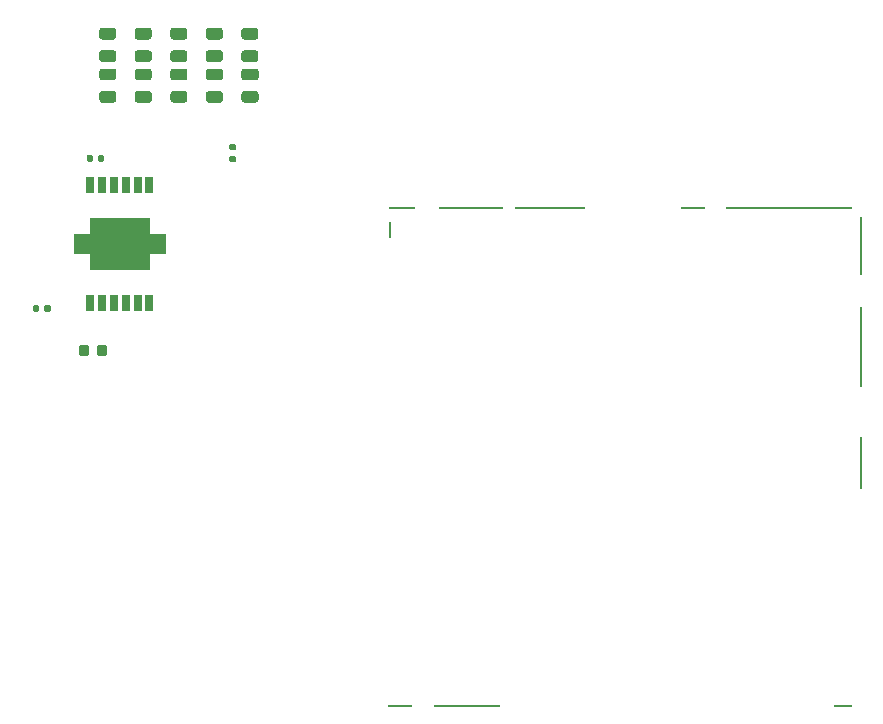
<source format=gbp>
G04 #@! TF.GenerationSoftware,KiCad,Pcbnew,8.0.7-8.0.7-0~ubuntu24.04.1*
G04 #@! TF.CreationDate,2024-12-18T22:17:01+00:00*
G04 #@! TF.ProjectId,hellenbremen,68656c6c-656e-4627-9265-6d656e2e6b69,rev?*
G04 #@! TF.SameCoordinates,Original*
G04 #@! TF.FileFunction,Paste,Bot*
G04 #@! TF.FilePolarity,Positive*
%FSLAX46Y46*%
G04 Gerber Fmt 4.6, Leading zero omitted, Abs format (unit mm)*
G04 Created by KiCad (PCBNEW 8.0.7-8.0.7-0~ubuntu24.04.1) date 2024-12-18 22:17:01*
%MOMM*%
%LPD*%
G01*
G04 APERTURE LIST*
%ADD10R,2.300000X0.200000*%
%ADD11R,10.700000X0.200000*%
%ADD12R,2.100000X0.200000*%
%ADD13R,6.000000X0.200000*%
%ADD14R,5.400000X0.200000*%
%ADD15R,0.200000X1.400000*%
%ADD16R,0.200000X5.000000*%
%ADD17R,0.200000X6.800000*%
%ADD18R,0.200000X4.500000*%
%ADD19R,1.600000X0.200000*%
%ADD20R,5.700000X0.200000*%
%ADD21R,2.000000X0.200000*%
%ADD22R,0.650000X1.350000*%
%ADD23R,5.100000X4.400000*%
%ADD24R,1.350000X1.800000*%
G04 APERTURE END LIST*
D10*
G04 #@! TO.C,M3*
X52345000Y61565004D03*
D11*
X85144998Y61565002D03*
D12*
X76944999Y61565002D03*
D13*
X64895000Y61565002D03*
D14*
X58195003Y61565002D03*
D15*
X51294997Y59764995D03*
D16*
X91194998Y58365000D03*
D17*
X91194998Y49864997D03*
D18*
X91194998Y40014994D03*
D19*
X89694999Y19464999D03*
D20*
X57844996Y19464999D03*
D21*
X52195003Y19464999D03*
G04 #@! TD*
G04 #@! TO.C,C7*
G36*
G01*
X39945000Y70500000D02*
X38995000Y70500000D01*
G75*
G02*
X38745000Y70750000I0J250000D01*
G01*
X38745000Y71250000D01*
G75*
G02*
X38995000Y71500000I250000J0D01*
G01*
X39945000Y71500000D01*
G75*
G02*
X40195000Y71250000I0J-250000D01*
G01*
X40195000Y70750000D01*
G75*
G02*
X39945000Y70500000I-250000J0D01*
G01*
G37*
G36*
G01*
X39945000Y72400000D02*
X38995000Y72400000D01*
G75*
G02*
X38745000Y72650000I0J250000D01*
G01*
X38745000Y73150000D01*
G75*
G02*
X38995000Y73400000I250000J0D01*
G01*
X39945000Y73400000D01*
G75*
G02*
X40195000Y73150000I0J-250000D01*
G01*
X40195000Y72650000D01*
G75*
G02*
X39945000Y72400000I-250000J0D01*
G01*
G37*
G04 #@! TD*
G04 #@! TO.C,C12*
G36*
G01*
X27905000Y70500000D02*
X26955000Y70500000D01*
G75*
G02*
X26705000Y70750000I0J250000D01*
G01*
X26705000Y71250000D01*
G75*
G02*
X26955000Y71500000I250000J0D01*
G01*
X27905000Y71500000D01*
G75*
G02*
X28155000Y71250000I0J-250000D01*
G01*
X28155000Y70750000D01*
G75*
G02*
X27905000Y70500000I-250000J0D01*
G01*
G37*
G36*
G01*
X27905000Y72400000D02*
X26955000Y72400000D01*
G75*
G02*
X26705000Y72650000I0J250000D01*
G01*
X26705000Y73150000D01*
G75*
G02*
X26955000Y73400000I250000J0D01*
G01*
X27905000Y73400000D01*
G75*
G02*
X28155000Y73150000I0J-250000D01*
G01*
X28155000Y72650000D01*
G75*
G02*
X27905000Y72400000I-250000J0D01*
G01*
G37*
G04 #@! TD*
G04 #@! TO.C,C15*
G36*
G01*
X32965000Y76850000D02*
X33915000Y76850000D01*
G75*
G02*
X34165000Y76600000I0J-250000D01*
G01*
X34165000Y76100000D01*
G75*
G02*
X33915000Y75850000I-250000J0D01*
G01*
X32965000Y75850000D01*
G75*
G02*
X32715000Y76100000I0J250000D01*
G01*
X32715000Y76600000D01*
G75*
G02*
X32965000Y76850000I250000J0D01*
G01*
G37*
G36*
G01*
X32965000Y74950000D02*
X33915000Y74950000D01*
G75*
G02*
X34165000Y74700000I0J-250000D01*
G01*
X34165000Y74200000D01*
G75*
G02*
X33915000Y73950000I-250000J0D01*
G01*
X32965000Y73950000D01*
G75*
G02*
X32715000Y74200000I0J250000D01*
G01*
X32715000Y74700000D01*
G75*
G02*
X32965000Y74950000I250000J0D01*
G01*
G37*
G04 #@! TD*
G04 #@! TO.C,C6*
G36*
G01*
X22604000Y53256000D02*
X22604000Y52916000D01*
G75*
G02*
X22464000Y52776000I-140000J0D01*
G01*
X22184000Y52776000D01*
G75*
G02*
X22044000Y52916000I0J140000D01*
G01*
X22044000Y53256000D01*
G75*
G02*
X22184000Y53396000I140000J0D01*
G01*
X22464000Y53396000D01*
G75*
G02*
X22604000Y53256000I0J-140000D01*
G01*
G37*
G36*
G01*
X21644000Y53256000D02*
X21644000Y52916000D01*
G75*
G02*
X21504000Y52776000I-140000J0D01*
G01*
X21224000Y52776000D01*
G75*
G02*
X21084000Y52916000I0J140000D01*
G01*
X21084000Y53256000D01*
G75*
G02*
X21224000Y53396000I140000J0D01*
G01*
X21504000Y53396000D01*
G75*
G02*
X21644000Y53256000I0J-140000D01*
G01*
G37*
G04 #@! TD*
G04 #@! TO.C,C17*
G36*
G01*
X38985000Y76850000D02*
X39935000Y76850000D01*
G75*
G02*
X40185000Y76600000I0J-250000D01*
G01*
X40185000Y76100000D01*
G75*
G02*
X39935000Y75850000I-250000J0D01*
G01*
X38985000Y75850000D01*
G75*
G02*
X38735000Y76100000I0J250000D01*
G01*
X38735000Y76600000D01*
G75*
G02*
X38985000Y76850000I250000J0D01*
G01*
G37*
G36*
G01*
X38985000Y74950000D02*
X39935000Y74950000D01*
G75*
G02*
X40185000Y74700000I0J-250000D01*
G01*
X40185000Y74200000D01*
G75*
G02*
X39935000Y73950000I-250000J0D01*
G01*
X38985000Y73950000D01*
G75*
G02*
X38735000Y74200000I0J250000D01*
G01*
X38735000Y74700000D01*
G75*
G02*
X38985000Y74950000I250000J0D01*
G01*
G37*
G04 #@! TD*
D22*
G04 #@! TO.C,IC1*
X30956000Y53550000D03*
X29956000Y53550000D03*
X28956000Y53550000D03*
X27956000Y53550000D03*
X26956000Y53550000D03*
X25956000Y53550000D03*
X25956000Y63500000D03*
X26956000Y63500000D03*
X27956000Y63500000D03*
X28956000Y63500000D03*
X29956000Y63500000D03*
X30956000Y63500000D03*
D23*
X28456000Y58525000D03*
D24*
X31681000Y58525000D03*
X25231000Y58525000D03*
G04 #@! TD*
G04 #@! TO.C,C8*
G36*
G01*
X24950000Y49280000D02*
X24950000Y49780000D01*
G75*
G02*
X25175000Y50005000I225000J0D01*
G01*
X25625000Y50005000D01*
G75*
G02*
X25850000Y49780000I0J-225000D01*
G01*
X25850000Y49280000D01*
G75*
G02*
X25625000Y49055000I-225000J0D01*
G01*
X25175000Y49055000D01*
G75*
G02*
X24950000Y49280000I0J225000D01*
G01*
G37*
G36*
G01*
X26500000Y49280000D02*
X26500000Y49780000D01*
G75*
G02*
X26725000Y50005000I225000J0D01*
G01*
X27175000Y50005000D01*
G75*
G02*
X27400000Y49780000I0J-225000D01*
G01*
X27400000Y49280000D01*
G75*
G02*
X27175000Y49055000I-225000J0D01*
G01*
X26725000Y49055000D01*
G75*
G02*
X26500000Y49280000I0J225000D01*
G01*
G37*
G04 #@! TD*
G04 #@! TO.C,C5*
G36*
G01*
X27148000Y65956000D02*
X27148000Y65616000D01*
G75*
G02*
X27008000Y65476000I-140000J0D01*
G01*
X26728000Y65476000D01*
G75*
G02*
X26588000Y65616000I0J140000D01*
G01*
X26588000Y65956000D01*
G75*
G02*
X26728000Y66096000I140000J0D01*
G01*
X27008000Y66096000D01*
G75*
G02*
X27148000Y65956000I0J-140000D01*
G01*
G37*
G36*
G01*
X26188000Y65956000D02*
X26188000Y65616000D01*
G75*
G02*
X26048000Y65476000I-140000J0D01*
G01*
X25768000Y65476000D01*
G75*
G02*
X25628000Y65616000I0J140000D01*
G01*
X25628000Y65956000D01*
G75*
G02*
X25768000Y66096000I140000J0D01*
G01*
X26048000Y66096000D01*
G75*
G02*
X26188000Y65956000I0J-140000D01*
G01*
G37*
G04 #@! TD*
G04 #@! TO.C,C14*
G36*
G01*
X29955000Y76850000D02*
X30905000Y76850000D01*
G75*
G02*
X31155000Y76600000I0J-250000D01*
G01*
X31155000Y76100000D01*
G75*
G02*
X30905000Y75850000I-250000J0D01*
G01*
X29955000Y75850000D01*
G75*
G02*
X29705000Y76100000I0J250000D01*
G01*
X29705000Y76600000D01*
G75*
G02*
X29955000Y76850000I250000J0D01*
G01*
G37*
G36*
G01*
X29955000Y74950000D02*
X30905000Y74950000D01*
G75*
G02*
X31155000Y74700000I0J-250000D01*
G01*
X31155000Y74200000D01*
G75*
G02*
X30905000Y73950000I-250000J0D01*
G01*
X29955000Y73950000D01*
G75*
G02*
X29705000Y74200000I0J250000D01*
G01*
X29705000Y74700000D01*
G75*
G02*
X29955000Y74950000I250000J0D01*
G01*
G37*
G04 #@! TD*
G04 #@! TO.C,C16*
G36*
G01*
X35975000Y76850000D02*
X36925000Y76850000D01*
G75*
G02*
X37175000Y76600000I0J-250000D01*
G01*
X37175000Y76100000D01*
G75*
G02*
X36925000Y75850000I-250000J0D01*
G01*
X35975000Y75850000D01*
G75*
G02*
X35725000Y76100000I0J250000D01*
G01*
X35725000Y76600000D01*
G75*
G02*
X35975000Y76850000I250000J0D01*
G01*
G37*
G36*
G01*
X35975000Y74950000D02*
X36925000Y74950000D01*
G75*
G02*
X37175000Y74700000I0J-250000D01*
G01*
X37175000Y74200000D01*
G75*
G02*
X36925000Y73950000I-250000J0D01*
G01*
X35975000Y73950000D01*
G75*
G02*
X35725000Y74200000I0J250000D01*
G01*
X35725000Y74700000D01*
G75*
G02*
X35975000Y74950000I250000J0D01*
G01*
G37*
G04 #@! TD*
G04 #@! TO.C,C11*
G36*
G01*
X30915000Y70500000D02*
X29965000Y70500000D01*
G75*
G02*
X29715000Y70750000I0J250000D01*
G01*
X29715000Y71250000D01*
G75*
G02*
X29965000Y71500000I250000J0D01*
G01*
X30915000Y71500000D01*
G75*
G02*
X31165000Y71250000I0J-250000D01*
G01*
X31165000Y70750000D01*
G75*
G02*
X30915000Y70500000I-250000J0D01*
G01*
G37*
G36*
G01*
X30915000Y72400000D02*
X29965000Y72400000D01*
G75*
G02*
X29715000Y72650000I0J250000D01*
G01*
X29715000Y73150000D01*
G75*
G02*
X29965000Y73400000I250000J0D01*
G01*
X30915000Y73400000D01*
G75*
G02*
X31165000Y73150000I0J-250000D01*
G01*
X31165000Y72650000D01*
G75*
G02*
X30915000Y72400000I-250000J0D01*
G01*
G37*
G04 #@! TD*
G04 #@! TO.C,C13*
G36*
G01*
X26945000Y76850000D02*
X27895000Y76850000D01*
G75*
G02*
X28145000Y76600000I0J-250000D01*
G01*
X28145000Y76100000D01*
G75*
G02*
X27895000Y75850000I-250000J0D01*
G01*
X26945000Y75850000D01*
G75*
G02*
X26695000Y76100000I0J250000D01*
G01*
X26695000Y76600000D01*
G75*
G02*
X26945000Y76850000I250000J0D01*
G01*
G37*
G36*
G01*
X26945000Y74950000D02*
X27895000Y74950000D01*
G75*
G02*
X28145000Y74700000I0J-250000D01*
G01*
X28145000Y74200000D01*
G75*
G02*
X27895000Y73950000I-250000J0D01*
G01*
X26945000Y73950000D01*
G75*
G02*
X26695000Y74200000I0J250000D01*
G01*
X26695000Y74700000D01*
G75*
G02*
X26945000Y74950000I250000J0D01*
G01*
G37*
G04 #@! TD*
G04 #@! TO.C,C10*
G36*
G01*
X33925000Y70500000D02*
X32975000Y70500000D01*
G75*
G02*
X32725000Y70750000I0J250000D01*
G01*
X32725000Y71250000D01*
G75*
G02*
X32975000Y71500000I250000J0D01*
G01*
X33925000Y71500000D01*
G75*
G02*
X34175000Y71250000I0J-250000D01*
G01*
X34175000Y70750000D01*
G75*
G02*
X33925000Y70500000I-250000J0D01*
G01*
G37*
G36*
G01*
X33925000Y72400000D02*
X32975000Y72400000D01*
G75*
G02*
X32725000Y72650000I0J250000D01*
G01*
X32725000Y73150000D01*
G75*
G02*
X32975000Y73400000I250000J0D01*
G01*
X33925000Y73400000D01*
G75*
G02*
X34175000Y73150000I0J-250000D01*
G01*
X34175000Y72650000D01*
G75*
G02*
X33925000Y72400000I-250000J0D01*
G01*
G37*
G04 #@! TD*
G04 #@! TO.C,C9*
G36*
G01*
X36935000Y70500000D02*
X35985000Y70500000D01*
G75*
G02*
X35735000Y70750000I0J250000D01*
G01*
X35735000Y71250000D01*
G75*
G02*
X35985000Y71500000I250000J0D01*
G01*
X36935000Y71500000D01*
G75*
G02*
X37185000Y71250000I0J-250000D01*
G01*
X37185000Y70750000D01*
G75*
G02*
X36935000Y70500000I-250000J0D01*
G01*
G37*
G36*
G01*
X36935000Y72400000D02*
X35985000Y72400000D01*
G75*
G02*
X35735000Y72650000I0J250000D01*
G01*
X35735000Y73150000D01*
G75*
G02*
X35985000Y73400000I250000J0D01*
G01*
X36935000Y73400000D01*
G75*
G02*
X37185000Y73150000I0J-250000D01*
G01*
X37185000Y72650000D01*
G75*
G02*
X36935000Y72400000I-250000J0D01*
G01*
G37*
G04 #@! TD*
G04 #@! TO.C,R14*
G36*
G01*
X37815000Y67020000D02*
X38185000Y67020000D01*
G75*
G02*
X38320000Y66885000I0J-135000D01*
G01*
X38320000Y66615000D01*
G75*
G02*
X38185000Y66480000I-135000J0D01*
G01*
X37815000Y66480000D01*
G75*
G02*
X37680000Y66615000I0J135000D01*
G01*
X37680000Y66885000D01*
G75*
G02*
X37815000Y67020000I135000J0D01*
G01*
G37*
G36*
G01*
X37815000Y66000000D02*
X38185000Y66000000D01*
G75*
G02*
X38320000Y65865000I0J-135000D01*
G01*
X38320000Y65595000D01*
G75*
G02*
X38185000Y65460000I-135000J0D01*
G01*
X37815000Y65460000D01*
G75*
G02*
X37680000Y65595000I0J135000D01*
G01*
X37680000Y65865000D01*
G75*
G02*
X37815000Y66000000I135000J0D01*
G01*
G37*
G04 #@! TD*
M02*

</source>
